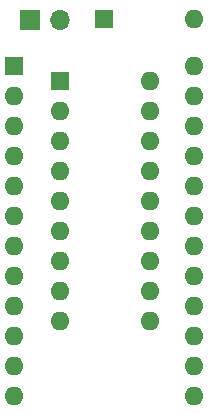
<source format=gbr>
%TF.GenerationSoftware,KiCad,Pcbnew,7.0.6*%
%TF.CreationDate,2023-09-04T21:12:20+01:00*%
%TF.ProjectId,TRSG3Mod,54525347-334d-46f6-942e-6b696361645f,rev?*%
%TF.SameCoordinates,Original*%
%TF.FileFunction,Soldermask,Bot*%
%TF.FilePolarity,Negative*%
%FSLAX46Y46*%
G04 Gerber Fmt 4.6, Leading zero omitted, Abs format (unit mm)*
G04 Created by KiCad (PCBNEW 7.0.6) date 2023-09-04 21:12:20*
%MOMM*%
%LPD*%
G01*
G04 APERTURE LIST*
%ADD10R,1.600000X1.600000*%
%ADD11O,1.600000X1.600000*%
%ADD12R,1.700000X1.700000*%
%ADD13O,1.700000X1.700000*%
G04 APERTURE END LIST*
D10*
%TO.C,J1*%
X111793750Y-58050000D03*
D11*
X111793750Y-60590000D03*
X111793750Y-63130000D03*
X111793750Y-65670000D03*
X111793750Y-68210000D03*
X111793750Y-70750000D03*
X111793750Y-73290000D03*
X111793750Y-75830000D03*
X111793750Y-78370000D03*
X119413750Y-78370000D03*
X119413750Y-75830000D03*
X119413750Y-73290000D03*
X119413750Y-70750000D03*
X119413750Y-68210000D03*
X119413750Y-65670000D03*
X119413750Y-63130000D03*
X119413750Y-60590000D03*
X119413750Y-58050000D03*
%TD*%
D10*
%TO.C,SW1*%
X115575000Y-52775000D03*
D11*
X123195000Y-52775000D03*
%TD*%
D12*
%TO.C,J2*%
X109285000Y-52825000D03*
D13*
X111825000Y-52825000D03*
%TD*%
D10*
%TO.C,U1*%
X107975000Y-56725000D03*
D11*
X107975000Y-59265000D03*
X107975000Y-61805000D03*
X107975000Y-64345000D03*
X107975000Y-66885000D03*
X107975000Y-69425000D03*
X107975000Y-71965000D03*
X107975000Y-74505000D03*
X107975000Y-77045000D03*
X107975000Y-79585000D03*
X107975000Y-82125000D03*
X107975000Y-84665000D03*
X123215000Y-84665000D03*
X123215000Y-82125000D03*
X123215000Y-79585000D03*
X123215000Y-77045000D03*
X123215000Y-74505000D03*
X123215000Y-71965000D03*
X123215000Y-69425000D03*
X123215000Y-66885000D03*
X123215000Y-64345000D03*
X123215000Y-61805000D03*
X123215000Y-59265000D03*
X123215000Y-56725000D03*
%TD*%
M02*

</source>
